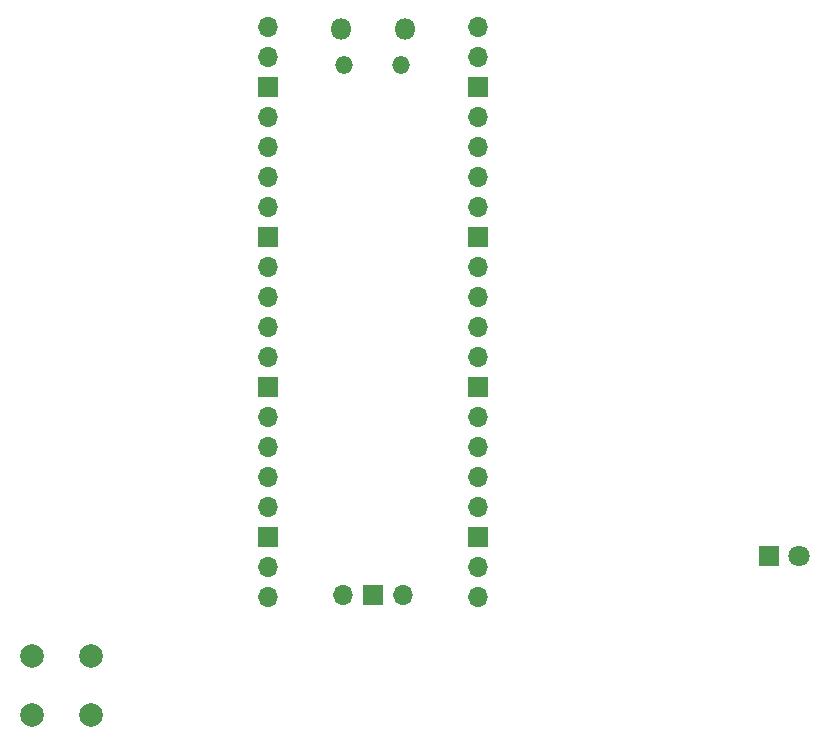
<source format=gbr>
%TF.GenerationSoftware,KiCad,Pcbnew,8.0.0*%
%TF.CreationDate,2024-03-31T15:48:46-03:00*%
%TF.ProjectId,schematic,73636865-6d61-4746-9963-2e6b69636164,rev?*%
%TF.SameCoordinates,Original*%
%TF.FileFunction,Soldermask,Bot*%
%TF.FilePolarity,Negative*%
%FSLAX46Y46*%
G04 Gerber Fmt 4.6, Leading zero omitted, Abs format (unit mm)*
G04 Created by KiCad (PCBNEW 8.0.0) date 2024-03-31 15:48:46*
%MOMM*%
%LPD*%
G01*
G04 APERTURE LIST*
%ADD10O,1.800000X1.800000*%
%ADD11O,1.500000X1.500000*%
%ADD12O,1.700000X1.700000*%
%ADD13R,1.700000X1.700000*%
%ADD14C,2.000000*%
%ADD15R,1.800000X1.800000*%
%ADD16C,1.800000*%
G04 APERTURE END LIST*
D10*
%TO.C,U1*%
X81165000Y-70870000D03*
D11*
X81465000Y-73900000D03*
X86315000Y-73900000D03*
D10*
X86615000Y-70870000D03*
D12*
X75000000Y-70740000D03*
X75000000Y-73280000D03*
D13*
X75000000Y-75820000D03*
D12*
X75000000Y-78360000D03*
X75000000Y-80900000D03*
X75000000Y-83440000D03*
X75000000Y-85980000D03*
D13*
X75000000Y-88520000D03*
D12*
X75000000Y-91060000D03*
X75000000Y-93600000D03*
X75000000Y-96140000D03*
X75000000Y-98680000D03*
D13*
X75000000Y-101220000D03*
D12*
X75000000Y-103760000D03*
X75000000Y-106300000D03*
X75000000Y-108840000D03*
X75000000Y-111380000D03*
D13*
X75000000Y-113920000D03*
D12*
X75000000Y-116460000D03*
X75000000Y-119000000D03*
X92780000Y-119000000D03*
X92780000Y-116460000D03*
D13*
X92780000Y-113920000D03*
D12*
X92780000Y-111380000D03*
X92780000Y-108840000D03*
X92780000Y-106300000D03*
X92780000Y-103760000D03*
D13*
X92780000Y-101220000D03*
D12*
X92780000Y-98680000D03*
X92780000Y-96140000D03*
X92780000Y-93600000D03*
X92780000Y-91060000D03*
D13*
X92780000Y-88520000D03*
D12*
X92780000Y-85980000D03*
X92780000Y-83440000D03*
X92780000Y-80900000D03*
X92780000Y-78360000D03*
D13*
X92780000Y-75820000D03*
D12*
X92780000Y-73280000D03*
X92780000Y-70740000D03*
X81350000Y-118770000D03*
D13*
X83890000Y-118770000D03*
D12*
X86430000Y-118770000D03*
%TD*%
D14*
%TO.C,SW1*%
X55000000Y-124000000D03*
X60000000Y-124000000D03*
X55000000Y-129000000D03*
X60000000Y-129000000D03*
%TD*%
D15*
%TO.C,D1*%
X117460000Y-115500000D03*
D16*
X120000000Y-115500000D03*
%TD*%
M02*

</source>
